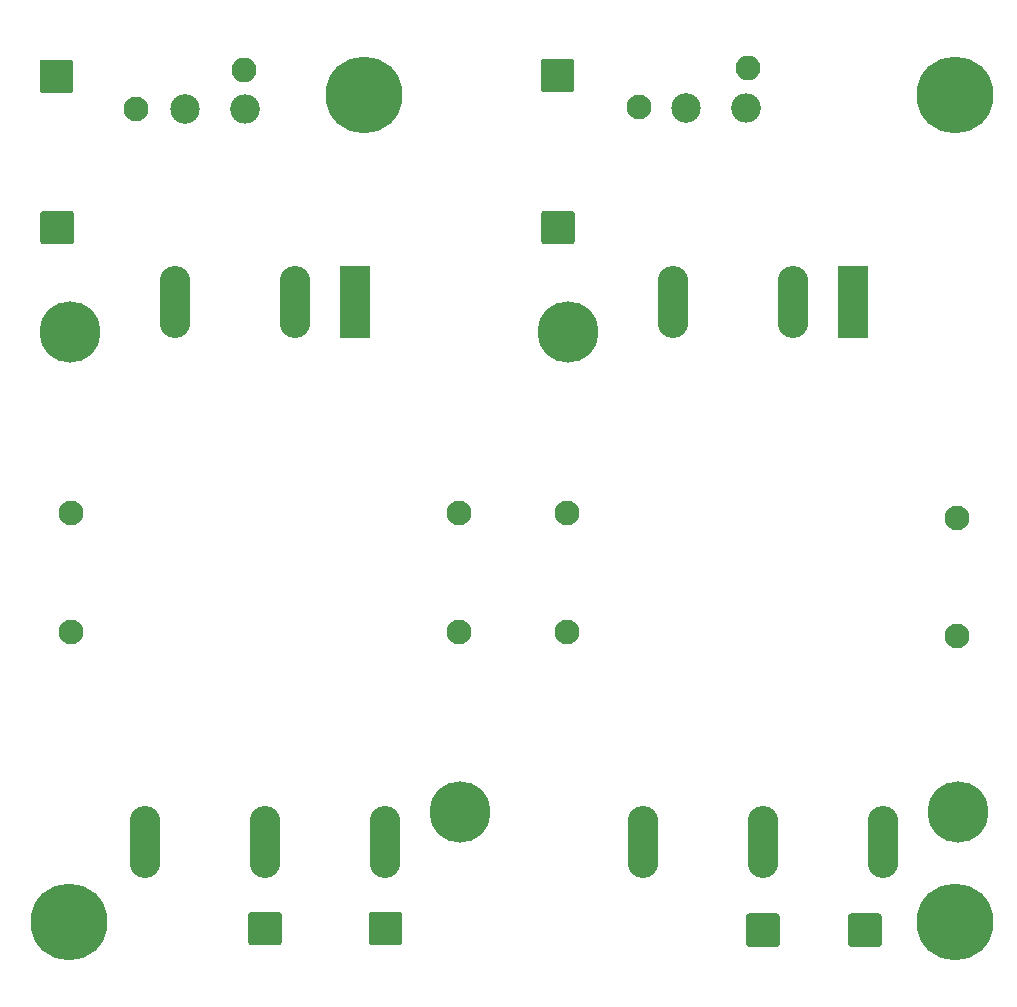
<source format=gbs>
G04 #@! TF.GenerationSoftware,KiCad,Pcbnew,5.1.6+dfsg1-1~bpo9+1*
G04 #@! TF.CreationDate,2022-05-29T17:42:38+02:00*
G04 #@! TF.ProjectId,sdrtrx-meanwell,73647274-7278-42d6-9d65-616e77656c6c,1*
G04 #@! TF.SameCoordinates,Original*
G04 #@! TF.FileFunction,Soldermask,Bot*
G04 #@! TF.FilePolarity,Negative*
%FSLAX46Y46*%
G04 Gerber Fmt 4.6, Leading zero omitted, Abs format (unit mm)*
G04 Created by KiCad (PCBNEW 5.1.6+dfsg1-1~bpo9+1) date 2022-05-29 17:42:38*
%MOMM*%
%LPD*%
G01*
G04 APERTURE LIST*
%ADD10C,2.100000*%
%ADD11O,2.100000X2.100000*%
%ADD12O,2.500000X2.500000*%
%ADD13C,2.500000*%
%ADD14C,5.180000*%
%ADD15O,2.600000X6.100001*%
%ADD16R,2.600000X6.100000*%
%ADD17O,2.600000X6.100000*%
%ADD18C,6.500000*%
G04 APERTURE END LIST*
D10*
X5200000Y39600000D03*
X5200000Y29600000D03*
X47200000Y39600000D03*
X47200000Y29600000D03*
X80200000Y39200000D03*
X80200000Y29200000D03*
X38000000Y29600000D03*
X38000000Y39600000D03*
D11*
X19850000Y77150000D03*
D10*
X10650000Y73850000D03*
D11*
X62461300Y77280001D03*
D10*
X53261300Y73980001D03*
D12*
X19880000Y73800000D03*
D13*
X14800000Y73800000D03*
D12*
X62348000Y73955600D03*
D13*
X57268000Y73955600D03*
G36*
G01*
X44975000Y62634090D02*
X44975000Y64965910D01*
G75*
G02*
X45234090Y65225000I259090J0D01*
G01*
X47565910Y65225000D01*
G75*
G02*
X47825000Y64965910I0J-259090D01*
G01*
X47825000Y62634090D01*
G75*
G02*
X47565910Y62375000I-259090J0D01*
G01*
X45234090Y62375000D01*
G75*
G02*
X44975000Y62634090I0J259090D01*
G01*
G37*
G36*
G01*
X44930000Y75515090D02*
X44930000Y77846910D01*
G75*
G02*
X45189090Y78106000I259090J0D01*
G01*
X47520910Y78106000D01*
G75*
G02*
X47780000Y77846910I0J-259090D01*
G01*
X47780000Y75515090D01*
G75*
G02*
X47520910Y75256000I-259090J0D01*
G01*
X45189090Y75256000D01*
G75*
G02*
X44930000Y75515090I0J259090D01*
G01*
G37*
D14*
X80264000Y14351000D03*
X47244000Y54991000D03*
D15*
X53594000Y11811000D03*
X73914000Y11811000D03*
D16*
X71374000Y57531000D03*
D17*
X66294000Y57531000D03*
D15*
X56134000Y57531000D03*
X63754000Y11811000D03*
D14*
X38100000Y14351000D03*
X5080000Y54991000D03*
D15*
X11430000Y11811000D03*
X31750000Y11811000D03*
D16*
X29210000Y57531000D03*
D17*
X24130000Y57531000D03*
D15*
X13970000Y57531000D03*
X21590000Y11811000D03*
G36*
G01*
X20424090Y5870000D02*
X22755910Y5870000D01*
G75*
G02*
X23015000Y5610910I0J-259090D01*
G01*
X23015000Y3279090D01*
G75*
G02*
X22755910Y3020000I-259090J0D01*
G01*
X20424090Y3020000D01*
G75*
G02*
X20165000Y3279090I0J259090D01*
G01*
X20165000Y5610910D01*
G75*
G02*
X20424090Y5870000I259090J0D01*
G01*
G37*
G36*
G01*
X30634090Y5870000D02*
X32965910Y5870000D01*
G75*
G02*
X33225000Y5610910I0J-259090D01*
G01*
X33225000Y3279090D01*
G75*
G02*
X32965910Y3020000I-259090J0D01*
G01*
X30634090Y3020000D01*
G75*
G02*
X30375000Y3279090I0J259090D01*
G01*
X30375000Y5610910D01*
G75*
G02*
X30634090Y5870000I259090J0D01*
G01*
G37*
G36*
G01*
X62588090Y5743000D02*
X64919910Y5743000D01*
G75*
G02*
X65179000Y5483910I0J-259090D01*
G01*
X65179000Y3152090D01*
G75*
G02*
X64919910Y2893000I-259090J0D01*
G01*
X62588090Y2893000D01*
G75*
G02*
X62329000Y3152090I0J259090D01*
G01*
X62329000Y5483910D01*
G75*
G02*
X62588090Y5743000I259090J0D01*
G01*
G37*
G36*
G01*
X71224090Y5743000D02*
X73555910Y5743000D01*
G75*
G02*
X73815000Y5483910I0J-259090D01*
G01*
X73815000Y3152090D01*
G75*
G02*
X73555910Y2893000I-259090J0D01*
G01*
X71224090Y2893000D01*
G75*
G02*
X70965000Y3152090I0J259090D01*
G01*
X70965000Y5483910D01*
G75*
G02*
X71224090Y5743000I259090J0D01*
G01*
G37*
G36*
G01*
X5425000Y64965910D02*
X5425000Y62634090D01*
G75*
G02*
X5165910Y62375000I-259090J0D01*
G01*
X2834090Y62375000D01*
G75*
G02*
X2575000Y62634090I0J259090D01*
G01*
X2575000Y64965910D01*
G75*
G02*
X2834090Y65225000I259090J0D01*
G01*
X5165910Y65225000D01*
G75*
G02*
X5425000Y64965910I0J-259090D01*
G01*
G37*
G36*
G01*
X5362000Y77765910D02*
X5362000Y75434090D01*
G75*
G02*
X5102910Y75175000I-259090J0D01*
G01*
X2771090Y75175000D01*
G75*
G02*
X2512000Y75434090I0J259090D01*
G01*
X2512000Y77765910D01*
G75*
G02*
X2771090Y78025000I259090J0D01*
G01*
X5102910Y78025000D01*
G75*
G02*
X5362000Y77765910I0J-259090D01*
G01*
G37*
D18*
X80000000Y75010000D03*
X80000000Y5010000D03*
X30000000Y75010000D03*
X5000000Y5010000D03*
M02*

</source>
